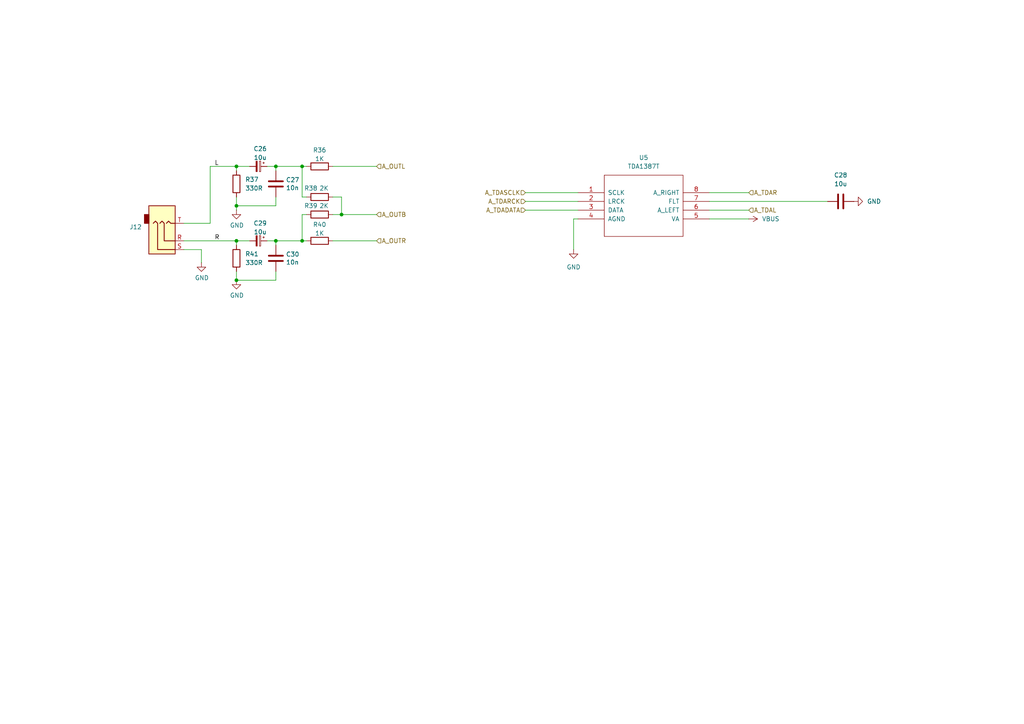
<source format=kicad_sch>
(kicad_sch (version 20250114) (generator "eeschema") (generator_version "9.0")
  (paper "A4")
  (title_block (title "FRANK RM1Z") (date "2025-03-06") (rev "1.00") (company "Mikhail Matveev") (comment 1 "https://github.com/xtremespb/frank"))
  (lib_symbols
    (symbol "Device:C" (pin_numbers (hide yes)) (pin_names (offset 0.254))
      (property "Reference" "C" (at 0.635 2.54 0))
      (property "Value" "C" (at 0.635 -2.54 0))
      (symbol "C_0_1"
        (polyline (pts (xy -2.032 0.762) (xy 2.032 0.762)) (stroke (width 0.508)))
        (polyline (pts (xy -2.032 -0.762) (xy 2.032 -0.762)) (stroke (width 0.508)))
      )
      (symbol "C_1_1"
        (pin passive line (at 0 3.81 270) (length 2.794) (name "~") (number "1"))
        (pin passive line (at 0 -3.81 90) (length 2.794) (name "~") (number "2"))
      )
    )
    (symbol "Device:C_Polarized_Small" (pin_numbers (hide yes)) (pin_names (offset 0.254) (hide yes))
      (property "Reference" "C" (at 0.254 1.778 0))
      (property "Value" "C_Polarized_Small" (at 0.254 -2.032 0))
      (symbol "C_Polarized_Small_0_1"
        (rectangle (start -1.524 0.6858) (end 1.524 0.3048))
        (rectangle (start -1.524 -0.3048) (end 1.524 -0.6858) (fill (type outline)))
        (polyline (pts (xy -1.27 1.524) (xy -0.762 1.524)))
        (polyline (pts (xy -1.016 1.27) (xy -1.016 1.778)))
      )
      (symbol "C_Polarized_Small_1_1"
        (pin passive line (at 0 2.54 270) (length 1.8542) (name "~") (number "1"))
        (pin passive line (at 0 -2.54 90) (length 1.8542) (name "~") (number "2"))
      )
    )
    (symbol "Device:R" (pin_numbers (hide yes)) (pin_names (offset 0))
      (property "Reference" "R" (at 2.032 0 90))
      (property "Value" "R" (at 0 0 90))
      (symbol "R_0_1"
        (rectangle (start -1.016 -2.54) (end 1.016 2.54) (stroke (width 0.254)))
      )
      (symbol "R_1_1"
        (pin passive line (at 0 3.81 270) (length 1.27) (name "~") (number "1"))
        (pin passive line (at 0 -3.81 90) (length 1.27) (name "~") (number "2"))
      )
    )
    (symbol "FRANK:AudioJack_3.5mm"
      (property "Reference" "AJ2" (at -7.1119 -4.0097 0))
      (symbol "AudioJack_3.5mm_0_1"
        (rectangle (start -5.08 -5.08) (end -6.35 -7.62) (stroke (width 0.254)) (fill (type outline)))
        (polyline (pts (xy -1.905 -5.08) (xy -1.27 -5.715) (xy -0.635 -5.08) (xy -0.635 0) (xy 2.54 0)) (stroke (width 0.254)))
        (polyline (pts (xy 0 -5.08) (xy 0.635 -5.715) (xy 1.27 -5.08) (xy 2.54 -5.08)) (stroke (width 0.254)))
        (rectangle (start 2.54 3.81) (end -5.08 -10.16) (stroke (width 0.254)) (fill (type background)))
        (polyline (pts (xy 2.54 2.54) (xy -2.54 2.54) (xy -2.54 -5.08) (xy -3.175 -5.715) (xy -3.81 -5.08)) (stroke (width 0.254)))
      )
      (symbol "AudioJack_3.5mm_1_1"
        (pin passive line (at 5.08 2.54 180) (length 2.54) (name "~") (number "S"))
        (pin passive line (at 5.08 0 180) (length 2.54) (name "~") (number "R"))
        (pin passive line (at 5.08 -5.08 180) (length 2.54) (name "~") (number "T"))
      )
    )
    (symbol "FRANK:TDA1387T" (pin_names (offset 1.016))
      (property "Reference" "TDA1" (at 0 13.97 0))
      (property "Value" "TDA1387T" (at 0 11.43 0))
      (symbol "TDA1387T_1_0"
        (rectangle (start -11.43 -8.89) (end 11.43 8.89))
      )
      (symbol "TDA1387T_1_1"
        (pin input line (at -19.05 3.81 0) (length 7.62) (name "SCLK") (number "1"))
        (pin input line (at -19.05 1.27 0) (length 7.62) (name "LRCK") (number "2"))
        (pin input line (at -19.05 -1.27 0) (length 7.62) (name "DATA") (number "3"))
        (pin input line (at -19.05 -3.81 0) (length 7.62) (name "AGND") (number "4"))
        (pin input line (at 19.05 3.81 180) (length 7.62) (name "A_RIGHT") (number "8"))
        (pin input line (at 19.05 1.27 180) (length 7.62) (name "FLT") (number "7"))
        (pin input line (at 19.05 -1.27 180) (length 7.62) (name "A_LEFT") (number "6"))
        (pin input line (at 19.05 -3.81 180) (length 7.62) (name "VA") (number "5"))
      )
    )
    (symbol "GND_1" (power) (pin_numbers (hide yes)) (pin_names (offset 0) (hide yes))
      (property "Value" "GND" (at 0 -3.81 0))
      (symbol "GND_1_0_1"
        (polyline (pts (xy 0 0) (xy 0 -1.27) (xy 1.27 -1.27) (xy 0 -2.54) (xy -1.27 -1.27) (xy 0 -1.27)))
      )
      (symbol "GND_1_1_1"
        (pin power_in line (at 0 0 270) (length 0) (name "~") (number "1"))
      )
    )
    (symbol "GND_2" (power) (pin_numbers (hide yes)) (pin_names (offset 0) (hide yes))
      (property "Value" "GND" (at 0 -3.81 0))
      (symbol "GND_2_0_1"
        (polyline (pts (xy 0 0) (xy 0 -1.27) (xy 1.27 -1.27) (xy 0 -2.54) (xy -1.27 -1.27) (xy 0 -1.27)))
      )
      (symbol "GND_2_1_1"
        (pin power_in line (at 0 0 270) (length 0) (name "~") (number "1"))
      )
    )
    (symbol "GND_3" (power) (pin_numbers (hide yes)) (pin_names (offset 0) (hide yes))
      (property "Value" "GND" (at 0 -3.81 0))
      (symbol "GND_3_0_1"
        (polyline (pts (xy 0 0) (xy 0 -1.27) (xy 1.27 -1.27) (xy 0 -2.54) (xy -1.27 -1.27) (xy 0 -1.27)))
      )
      (symbol "GND_3_1_1"
        (pin power_in line (at 0 0 270) (length 0) (name "~") (number "1"))
      )
    )
    (symbol "GND_6" (power) (pin_numbers (hide yes)) (pin_names (offset 0) (hide yes))
      (property "Value" "GND" (at 0 -3.81 0))
      (symbol "GND_6_0_1"
        (polyline (pts (xy 0 0) (xy 0 -1.27) (xy 1.27 -1.27) (xy 0 -2.54) (xy -1.27 -1.27) (xy 0 -1.27)))
      )
      (symbol "GND_6_1_1"
        (pin power_in line (at 0 0 270) (length 0) (name "~") (number "1"))
      )
    )
    (symbol "power:GND" (power) (pin_numbers (hide yes)) (pin_names (offset 0) (hide yes))
      (property "Value" "GND" (at 0 -3.81 0))
      (symbol "GND_0_1"
        (polyline (pts (xy 0 0) (xy 0 -1.27) (xy 1.27 -1.27) (xy 0 -2.54) (xy -1.27 -1.27) (xy 0 -1.27)))
      )
      (symbol "GND_1_1"
        (pin power_in line (at 0 0 270) (length 0) (name "~") (number "1"))
      )
    )
    (symbol "power:VBUS" (power) (pin_numbers (hide yes)) (pin_names (offset 0) (hide yes))
      (property "Value" "VBUS" (at 0 3.556 0))
      (symbol "VBUS_0_1"
        (polyline (pts (xy -0.762 1.27) (xy 0 2.54)))
        (polyline (pts (xy 0 2.54) (xy 0.762 1.27)))
        (polyline (pts (xy 0 0) (xy 0 2.54)))
      )
      (symbol "VBUS_1_1"
        (pin power_in line (at 0 0 90) (length 0) (name "~") (number "1"))
      )
    )
  )
  (junction (at 68.58 48.26))
  (junction (at 87.63 69.85))
  (junction (at 68.58 59.69))
  (junction (at 99.06 62.23))
  (junction (at 68.58 81.28))
  (junction (at 80.01 69.85))
  (junction (at 68.58 69.85))
  (junction (at 87.63 48.26))
  (junction (at 80.01 48.26))
  (wire (pts (xy 80.01 69.85) (xy 87.63 69.85)))
  (wire (pts (xy 80.01 69.85) (xy 77.47 69.85)))
  (wire (pts (xy 80.01 48.26) (xy 87.63 48.26)))
  (wire (pts (xy 60.96 48.26) (xy 68.58 48.26)))
  (wire (pts (xy 152.4 55.88) (xy 167.64 55.88)))
  (wire (pts (xy 88.9 62.23) (xy 87.63 62.23)))
  (wire (pts (xy 80.01 81.28) (xy 68.58 81.28)))
  (wire (pts (xy 53.34 72.39) (xy 58.42 72.39)))
  (wire (pts (xy 68.58 57.15) (xy 68.58 59.69)))
  (wire (pts (xy 87.63 69.85) (xy 88.9 69.85)))
  (wire (pts (xy 80.01 59.69) (xy 68.58 59.69)))
  (wire (pts (xy 80.01 48.26) (xy 77.47 48.26)))
  (wire (pts (xy 53.34 64.77) (xy 60.96 64.77)))
  (wire (pts (xy 205.74 60.96) (xy 217.17 60.96)))
  (wire (pts (xy 53.34 69.85) (xy 68.58 69.85)))
  (wire (pts (xy 152.4 60.96) (xy 167.64 60.96)))
  (wire (pts (xy 87.63 48.26) (xy 88.9 48.26)))
  (wire (pts (xy 72.39 69.85) (xy 68.58 69.85)))
  (wire (pts (xy 99.06 62.23) (xy 96.52 62.23)))
  (wire (pts (xy 80.01 49.53) (xy 80.01 48.26)))
  (wire (pts (xy 80.01 57.15) (xy 80.01 59.69)))
  (wire (pts (xy 88.9 57.15) (xy 87.63 57.15)))
  (wire (pts (xy 205.74 63.5) (xy 217.17 63.5)))
  (wire (pts (xy 68.58 48.26) (xy 68.58 49.53)))
  (wire (pts (xy 68.58 59.69) (xy 68.58 60.96)))
  (wire (pts (xy 205.74 55.88) (xy 217.17 55.88)))
  (wire (pts (xy 96.52 48.26) (xy 109.22 48.26)))
  (wire (pts (xy 68.58 69.85) (xy 68.58 71.12)))
  (wire (pts (xy 96.52 57.15) (xy 99.06 57.15)))
  (wire (pts (xy 96.52 69.85) (xy 109.22 69.85)))
  (wire (pts (xy 205.74 58.42) (xy 240.03 58.42)))
  (wire (pts (xy 60.96 48.26) (xy 60.96 64.77)))
  (wire (pts (xy 68.58 78.74) (xy 68.58 81.28)))
  (wire (pts (xy 99.06 62.23) (xy 109.22 62.23)))
  (wire (pts (xy 99.06 57.15) (xy 99.06 62.23)))
  (wire (pts (xy 80.01 78.74) (xy 80.01 81.28)))
  (wire (pts (xy 58.42 72.39) (xy 58.42 76.2)))
  (wire (pts (xy 72.39 48.26) (xy 68.58 48.26)))
  (wire (pts (xy 80.01 71.12) (xy 80.01 69.85)))
  (wire (pts (xy 167.64 63.5) (xy 166.37 63.5)))
  (wire (pts (xy 152.4 58.42) (xy 167.64 58.42)))
  (wire (pts (xy 87.63 62.23) (xy 87.63 69.85)))
  (wire (pts (xy 166.37 63.5) (xy 166.37 72.39)))
  (wire (pts (xy 87.63 48.26) (xy 87.63 57.15)))
  (label "L" (at 62.23 48.26 0))
  (label "R" (at 62.23 69.85 0))
  (hierarchical_label "A_OUTL" (shape input) (at 109.22 48.26 0))
  (hierarchical_label "A_OUTB" (shape input) (at 109.22 62.23 0))
  (hierarchical_label "A_TDAL" (shape input) (at 217.17 60.96 0))
  (hierarchical_label "A_TDASCLK" (shape input) (at 152.4 55.88 180))
  (hierarchical_label "A_TDAR" (shape input) (at 217.17 55.88 0))
  (hierarchical_label "A_TDARCK" (shape input) (at 152.4 58.42 180))
  (hierarchical_label "A_OUTR" (shape input) (at 109.22 69.85 0))
  (hierarchical_label "A_TDADATA" (shape input) (at 152.4 60.96 180))
  (symbol (lib_id "power:GND") (at 166.37 72.39 0) (unit 1)
    (property "Reference" "#PWR072" (effects (hide yes)))
    (property "Value" "GND" (at 166.37 77.47 0))
    (property "Description" "Power symbol creates a global label with name \"GND\" , ground" (effects (hide yes)))
  )
  (symbol (lib_id "Device:R") (at 92.71 57.15 90) (unit 1)
    (property "Reference" "R38" (at 90.17 54.61 90))
    (property "Value" "2K" (at 93.98 54.61 90))
    (property "Footprint" "FRANK:Resistor (0805)" (effects (hide yes)))
    (property "Datasheet" "https://www.vishay.com/docs/28952/mcs0402at-mct0603at-mcu0805at-mca1206at.pdf" (effects (hide yes)))
    (property "AliExpress" "https://www.aliexpress.com/item/1005005945735199.html" (effects (hide yes)))
  )
  (symbol (lib_id "Device:C_Polarized_Small") (at 74.93 69.85 270) (unit 1)
    (property "Reference" "C29" (at 75.4761 64.7532 90))
    (property "Value" "10u" (at 75.4761 67.2901 90))
    (property "Footprint" "FRANK:Capacitor (3528, tantalum, polar)" (effects (hide yes)))
    (property "Datasheet" "https://eu.mouser.com/datasheet/2/447/KEM_T2005_T491-3316937.pdf" (effects (hide yes)))
    (property "AliExpress" "https://www.aliexpress.com/item/1005006870280809.html" (effects (hide yes)))
  )
  (symbol (lib_id "Device:C") (at 243.84 58.42 90) (unit 1)
    (property "Reference" "C28" (at 243.84 50.8 90))
    (property "Value" "10u" (at 243.84 53.34 90))
    (property "Footprint" "FRANK:Capacitor (0805)" (effects (hide yes)))
    (property "Description" "Unpolarized capacitor" (effects (hide yes)))
    (property "AliExpress" "https://www.aliexpress.com/item/1005006870280809.html" (effects (hide yes)))
  )
  (symbol (lib_id "Device:R") (at 92.71 69.85 90) (unit 1)
    (property "Reference" "R40" (at 92.71 65.1342 90))
    (property "Value" "1K" (at 92.71 67.6711 90))
    (property "Footprint" "FRANK:Resistor (0805)" (effects (hide yes)))
    (property "Datasheet" "https://www.vishay.com/docs/28952/mcs0402at-mct0603at-mcu0805at-mca1206at.pdf" (effects (hide yes)))
    (property "AliExpress" "https://www.aliexpress.com/item/1005005945735199.html" (effects (hide yes)))
  )
  (symbol (lib_id "Device:R") (at 68.58 74.93 0) (unit 1)
    (property "Reference" "R41" (at 71.12 73.6599 0) (effects (justify left)))
    (property "Value" "330R" (at 71.12 76.1999 0) (effects (justify left)))
    (property "Footprint" "FRANK:Resistor (0805)" (effects (hide yes)))
    (property "Datasheet" "https://www.vishay.com/docs/28952/mcs0402at-mct0603at-mcu0805at-mca1206at.pdf" (effects (hide yes)))
    (property "AliExpress" "https://www.aliexpress.com/item/1005005945735199.html" (effects (hide yes)))
  )
  (symbol (lib_id "Device:R") (at 92.71 62.23 90) (unit 1)
    (property "Reference" "R39" (at 90.17 59.69 90))
    (property "Value" "2K" (at 93.98 59.69 90))
    (property "Footprint" "FRANK:Resistor (0805)" (effects (hide yes)))
    (property "Datasheet" "https://www.vishay.com/docs/28952/mcs0402at-mct0603at-mcu0805at-mca1206at.pdf" (effects (hide yes)))
    (property "AliExpress" "https://www.aliexpress.com/item/1005005945735199.html" (effects (hide yes)))
  )
  (symbol (lib_name "GND_3") (lib_id "power:GND") (at 68.58 60.96 0) (unit 1)
    (property "Reference" "#PWR070" (effects (hide yes)))
    (property "Value" "GND" (at 68.707 65.3542 0))
    (property "Description" "Power symbol creates a global label with name \"GND\" , ground" (effects (hide yes)))
  )
  (symbol (lib_id "Device:R") (at 92.71 48.26 90) (unit 1)
    (property "Reference" "R36" (at 92.71 43.5442 90))
    (property "Value" "1K" (at 92.71 46.0811 90))
    (property "Footprint" "FRANK:Resistor (0805)" (effects (hide yes)))
    (property "Datasheet" "https://www.vishay.com/docs/28952/mcs0402at-mct0603at-mcu0805at-mca1206at.pdf" (effects (hide yes)))
    (property "AliExpress" "https://www.aliexpress.com/item/1005005945735199.html" (effects (hide yes)))
  )
  (symbol (lib_id "FRANK:TDA1387T") (at 186.69 59.69 0) (unit 1)
    (property "Reference" "U5" (at 186.69 45.72 0))
    (property "Value" "TDA1387T" (at 186.69 48.26 0))
    (property "Footprint" "FRANK:SO-8" (effects (hide yes)))
    (property "Datasheet" "https://github.com/xtremespb/frank/raw/refs/heads/minifrank_rev2/DOCS/TDA1387T.pdf" (effects (hide yes)))
    (property "AliExpress" "https://www.aliexpress.com/item/32995595000.html" (effects (hide yes)))
  )
  (symbol (lib_name "GND_6") (lib_id "power:GND") (at 247.65 58.42 90) (unit 1)
    (property "Reference" "#PWR069" (effects (hide yes)))
    (property "Value" "GND" (at 251.46 58.4199 90) (effects (justify right)))
    (property "Description" "Power symbol creates a global label with name \"GND\" , ground" (effects (hide yes)))
  )
  (symbol (lib_id "FRANK:AudioJack_3.5mm") (at 48.26 69.85 0) (mirror x) (unit 1)
    (property "Reference" "J12" (at 41.1481 65.8403 0) (effects (justify right)))
    (property "Value" "PJ-320D" (effects (hide yes)))
    (property "Footprint" "FRANK:Jack (3.5mm, PJ-320D)" (effects (hide yes)))
    (property "AliExpress" "https://www.aliexpress.com/item/4001158231104.html" (effects (hide yes)))
  )
  (symbol (lib_id "power:VBUS") (at 217.17 63.5 270) (unit 1)
    (property "Reference" "#PWR071" (effects (hide yes)))
    (property "Value" "VBUS" (at 220.98 63.4999 90) (effects (justify left)))
    (property "Description" "Power symbol creates a global label with name \"VBUS\"" (effects (hide yes)))
  )
  (symbol (lib_id "Device:C") (at 80.01 74.93 0) (unit 1)
    (property "Reference" "C30" (at 82.931 73.7616 0) (effects (justify left)))
    (property "Value" "10n" (at 82.931 76.073 0) (effects (justify left)))
    (property "Footprint" "FRANK:Capacitor (0805)" (effects (hide yes)))
    (property "Datasheet" "https://eu.mouser.com/datasheet/2/40/KGM_X7R-3223212.pdf" (effects (hide yes)))
    (property "AliExpress" "https://www.aliexpress.com/item/33008008276.html" (effects (hide yes)))
  )
  (symbol (lib_id "Device:C") (at 80.01 53.34 0) (unit 1)
    (property "Reference" "C27" (at 82.931 52.1716 0) (effects (justify left)))
    (property "Value" "10n" (at 82.931 54.483 0) (effects (justify left)))
    (property "Footprint" "FRANK:Capacitor (0805)" (effects (hide yes)))
    (property "Datasheet" "https://eu.mouser.com/datasheet/2/40/KGM_X7R-3223212.pdf" (effects (hide yes)))
    (property "AliExpress" "https://www.aliexpress.com/item/33008008276.html" (effects (hide yes)))
  )
  (symbol (lib_id "Device:C_Polarized_Small") (at 74.93 48.26 270) (unit 1)
    (property "Reference" "C26" (at 75.4761 43.1632 90))
    (property "Value" "10u" (at 75.4761 45.7001 90))
    (property "Footprint" "FRANK:Capacitor (3528, tantalum, polar)" (effects (hide yes)))
    (property "Datasheet" "https://eu.mouser.com/datasheet/2/447/KEM_T2005_T491-3316937.pdf" (effects (hide yes)))
    (property "AliExpress" "https://www.aliexpress.com/item/1005006870280809.html" (effects (hide yes)))
  )
  (symbol (lib_name "GND_2") (lib_id "power:GND") (at 68.58 81.28 0) (unit 1)
    (property "Reference" "#PWR074" (effects (hide yes)))
    (property "Value" "GND" (at 68.707 85.6742 0))
    (property "Description" "Power symbol creates a global label with name \"GND\" , ground" (effects (hide yes)))
  )
  (symbol (lib_id "Device:R") (at 68.58 53.34 0) (unit 1)
    (property "Reference" "R37" (at 71.12 52.0699 0) (effects (justify left)))
    (property "Value" "330R" (at 71.12 54.6099 0) (effects (justify left)))
    (property "Footprint" "FRANK:Resistor (0805)" (effects (hide yes)))
    (property "Datasheet" "https://www.vishay.com/docs/28952/mcs0402at-mct0603at-mcu0805at-mca1206at.pdf" (effects (hide yes)))
    (property "AliExpress" "https://www.aliexpress.com/item/1005005945735199.html" (effects (hide yes)))
  )
  (symbol (lib_name "GND_1") (lib_id "power:GND") (at 58.42 76.2 0) (unit 1)
    (property "Reference" "#PWR073" (effects (hide yes)))
    (property "Value" "GND" (at 58.547 80.5942 0))
    (property "Description" "Power symbol creates a global label with name \"GND\" , ground" (effects (hide yes)))
  )
)
</source>
